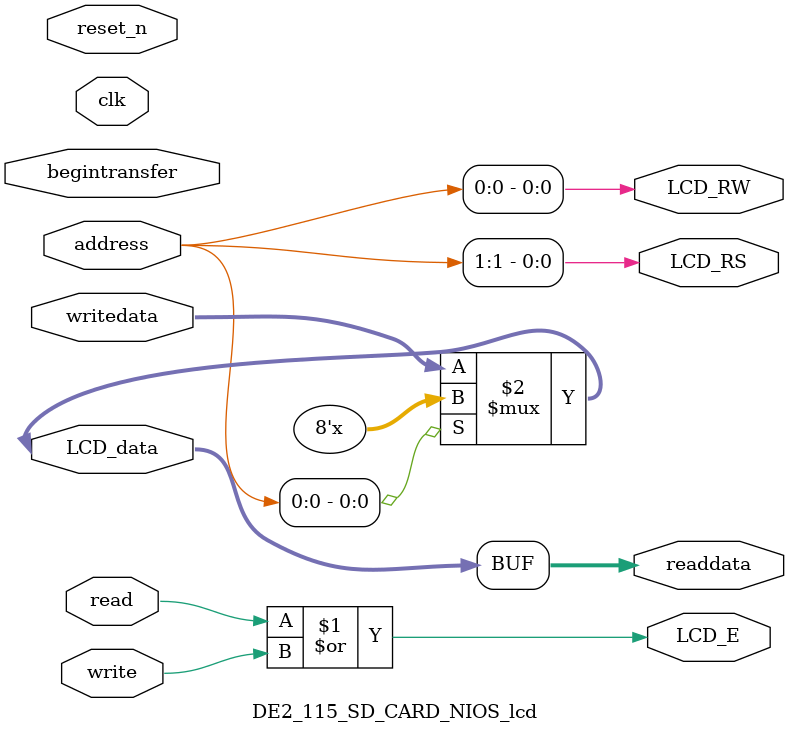
<source format=v>

`timescale 1ns / 1ps
// synthesis translate_on

// turn off superfluous verilog processor warnings 
// altera message_level Level1 
// altera message_off 10034 10035 10036 10037 10230 10240 10030 

module DE2_115_SD_CARD_NIOS_lcd (
                                  // inputs:
                                   address,
                                   begintransfer,
                                   clk,
                                   read,
                                   reset_n,
                                   write,
                                   writedata,

                                  // outputs:
                                   LCD_E,
                                   LCD_RS,
                                   LCD_RW,
                                   LCD_data,
                                   readdata
                                )
;

  output           LCD_E;
  output           LCD_RS;
  output           LCD_RW;
  inout   [  7: 0] LCD_data;
  output  [  7: 0] readdata;
  input   [  1: 0] address;
  input            begintransfer;
  input            clk;
  input            read;
  input            reset_n;
  input            write;
  input   [  7: 0] writedata;

  wire             LCD_E;
  wire             LCD_RS;
  wire             LCD_RW;
  wire    [  7: 0] LCD_data;
  wire    [  7: 0] readdata;
  assign LCD_RW = address[0];
  assign LCD_RS = address[1];
  assign LCD_E = read | write;
  assign LCD_data = (address[0]) ? 8'bz : writedata;
  assign readdata = LCD_data;
  //control_slave, which is an e_avalon_slave

endmodule


</source>
